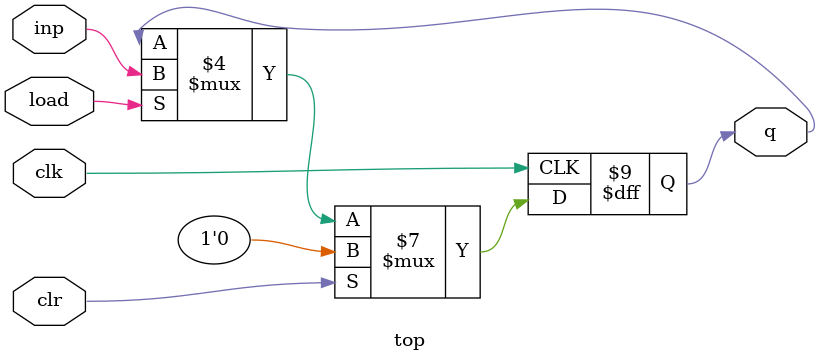
<source format=v>
`default_nettype none
module top(load, clk, clr, inp, q);
    input wire load, clr, clk, inp;
    output reg q;

    always @(posedge clk)
    begin
        if(clr == 1)
            q <= 0;
        else if (load == 1)
            q <= inp;
    end
endmodule

</source>
